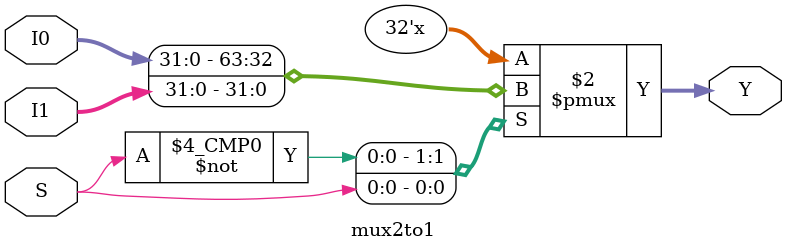
<source format=sv>
`timescale 1ns/10ps

module mux2to1(Y,S,I0,I1);
    
    parameter DSize = 32;
    
    input S; 
    input [DSize-1:0] I0, I1;
    output logic [DSize-1:0] Y;
    
    always_comb begin 
        case(S)
            1'b0:begin
                Y = I0;
            end
            1'b1:begin
                Y = I1;
            end
            default:begin
                Y = 1'bx;
            end
        endcase
   end

endmodule

</source>
